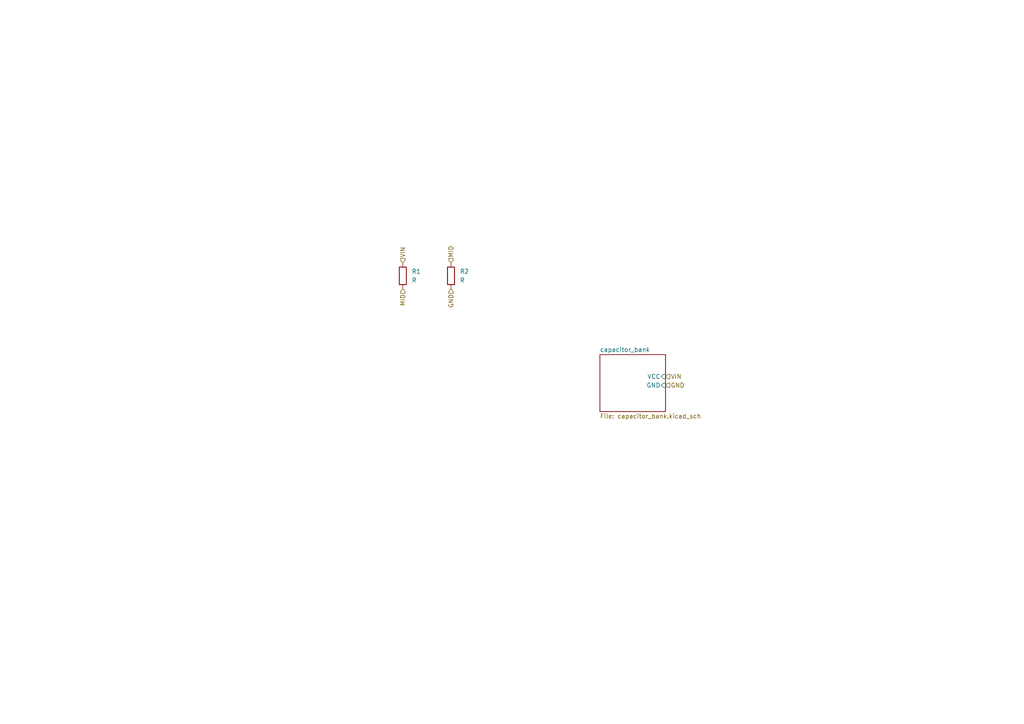
<source format=kicad_sch>
(kicad_sch (version 20250114) (generator "eeschema") (generator_version "9.0")
  (paper "A4")
  (lib_symbols
    (symbol "Device:R" (pin_numbers (hide yes)) (pin_names (offset 0))
      (property "Reference" "R" (at 2.032 0 90))
      (property "Value" "R" (at 0 0 90))
      (symbol "R_0_1"
        (rectangle (start -1.016 -2.54) (end 1.016 2.54) (stroke (width 0.254)))
      )
      (symbol "R_1_1"
        (pin passive line (at 0 3.81 270) (length 1.27) (name "~") (number "1"))
        (pin passive line (at 0 -3.81 90) (length 1.27) (name "~") (number "2"))
      )
    )
  )
  (hierarchical_label "MID" (shape input) (at 116.84 83.82 270))
  (hierarchical_label "MID" (shape input) (at 130.81 76.2 90))
  (hierarchical_label "GND" (shape input) (at 193.04 111.76 0))
  (hierarchical_label "GND" (shape input) (at 130.81 83.82 270))
  (hierarchical_label "VIN" (shape input) (at 116.84 76.2 90))
  (hierarchical_label "VIN" (shape input) (at 193.04 109.22 0))
  (symbol (lib_id "Device:R") (at 116.84 80.01 0) (unit 1)
    (property "Reference" "R1" (at 119.38 78.7399 0) (effects (justify left)))
    (property "Value" "R" (at 119.38 81.2799 0) (effects (justify left)))
    (property "Description" "Resistor" (effects (hide yes)))
  )
  (symbol (lib_id "Device:R") (at 130.81 80.01 0) (unit 1)
    (property "Reference" "R2" (at 133.35 78.7399 0) (effects (justify left)))
    (property "Value" "R" (at 133.35 81.2799 0) (effects (justify left)))
    (property "Description" "Resistor" (effects (hide yes)))
  )
  (sheet (at 173.99 102.87) (size 19.05 16.51) (stroke (width 0.1524))
    (property "Sheetname" "capacitor_bank" (at 173.99 102.1584 0) (effects (justify left bottom)))
    (property "Sheetfile" "capacitor_bank.kicad_sch" (at 173.99 119.9646 0) (effects (justify left top)))
    (pin "GND" input (at 193.04 111.76 0))
    (pin "VCC" input (at 193.04 109.22 0))
  )
)
</source>
